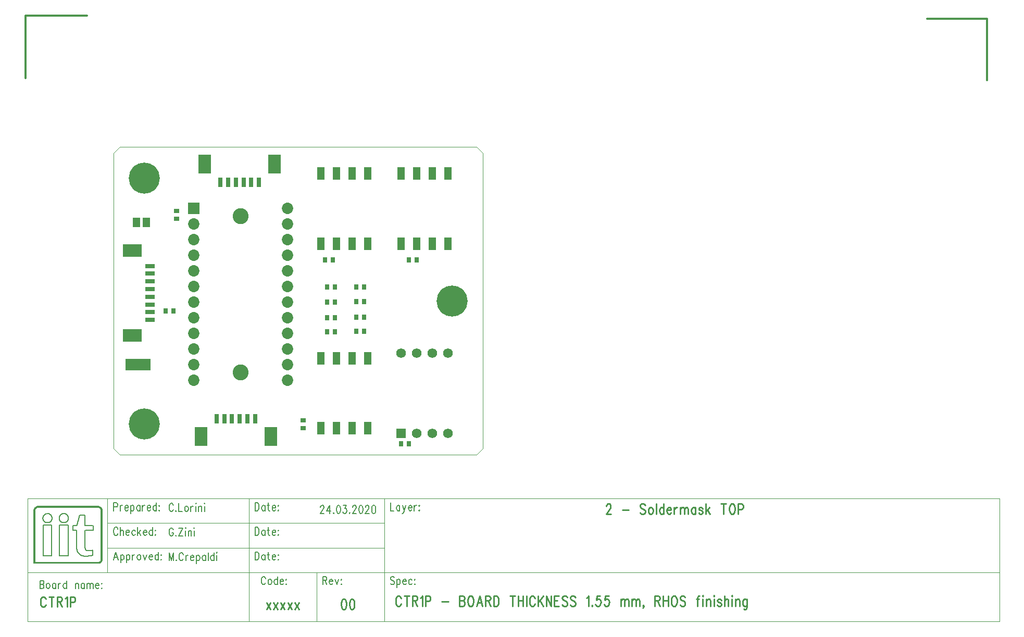
<source format=gbr>
*
*
G04 PADS VX.2.5 Build Number: 14503874 generated Gerber (RS-274-X) file*
G04 PC Version=2.1*
*
%IN "PCB_CTR1P_03.pcb"*%
*
%MOIN*%
*
%FSLAX35Y35*%
*
*
*
*
G04 PC Standard Apertures*
*
*
G04 Thermal Relief Aperture macro.*
%AMTER*
1,1,$1,0,0*
1,0,$1-$2,0,0*
21,0,$3,$4,0,0,45*
21,0,$3,$4,0,0,135*
%
*
*
G04 Annular Aperture macro.*
%AMANN*
1,1,$1,0,0*
1,0,$2,0,0*
%
*
*
G04 Odd Aperture macro.*
%AMODD*
1,1,$1,0,0*
1,0,$1-0.005,0,0*
%
*
*
G04 PC Custom Aperture Macros*
*
*
*
*
*
*
G04 PC Aperture Table*
*
%ADD010C,0.00394*%
%ADD014C,0.00591*%
%ADD016C,0.01*%
%ADD028C,0.001*%
%ADD037C,0.01181*%
%ADD052C,0.00787*%
%ADD056C,0.07287*%
%ADD066R,0.026X0.037*%
%ADD067C,0.00591*%
%ADD068C,0.00591*%
%ADD078R,0.04728X0.08074*%
%ADD079R,0.06499X0.02956*%
%ADD080R,0.12011X0.08468*%
%ADD081C,0.19885*%
%ADD082R,0.04531X0.05909*%
%ADD083R,0.162X0.078*%
%ADD084R,0.07287X0.07287*%
%ADD085C,0.102*%
%ADD086R,0.037X0.026*%
%ADD087R,0.062X0.062*%
%ADD088C,0.062*%
%ADD089R,0.02956X0.06499*%
%ADD090R,0.08468X0.12011*%
*
*
*
*
G04 PC Circuitry*
G04 Layer Name PCB_CTR1P_03.pcb - circuitry*
%LPD*%
*
*
G04 PC Custom Flashes*
G04 Layer Name PCB_CTR1P_03.pcb - flashes*
%LPD*%
*
*
G04 PC Circuitry*
G04 Layer Name PCB_CTR1P_03.pcb - circuitry*
%LPD*%
*
G54D10*
G01X57087Y299866D02*
X61024Y303803D01*
X289370*
X293307Y299866*
Y110890*
X289370Y106953*
X61024*
X57087Y110890*
Y299866*
X2008Y78937D02*
X624055D01*
Y197*
X2008*
Y78937*
Y31693D02*
X53189D01*
Y78937*
X2008*
Y31693*
X53189Y47441D02*
X143740D01*
Y63189*
X53189*
Y47441*
Y31693D02*
X143740D01*
Y47441*
X53189*
Y31693*
X230354D02*
X624055D01*
Y78937*
X230354*
Y31693*
Y197D02*
X624055D01*
Y31693*
X230354*
Y197*
X143740D02*
X187047D01*
Y31693*
X143740*
Y197*
Y63189D02*
X230354D01*
Y78937*
X143740*
Y63189*
Y47441D02*
X230354D01*
Y63189*
X143740*
Y47441*
Y31693D02*
X230354D01*
Y47441*
X143740*
Y31693*
G54D14*
X57126Y76230D02*
Y71063D01*
Y76230D02*
X58737D01*
X59273Y75984*
X59452Y75738*
X59631Y75246*
Y74508*
X59452Y74016*
X59273Y73770*
X58737Y73524*
X57126*
X61242Y74508D02*
Y71063D01*
Y73031D02*
X61421Y73770D01*
X61779Y74262*
X62137Y74508*
X62674*
X64284Y73031D02*
X66432D01*
Y73524*
X66253Y74016*
X66074Y74262*
X65716Y74508*
X65179*
X64821Y74262*
X64463Y73770*
X64284Y73031*
Y72539*
X64463Y71801*
X64821Y71309*
X65179Y71063*
X65716*
X66074Y71309*
X66432Y71801*
X68042Y74508D02*
Y69341D01*
Y73770D02*
X68400Y74262D01*
X68758Y74508*
X69295*
X69653Y74262*
X70011Y73770*
X70190Y73031*
Y72539*
X70011Y71801*
X69653Y71309*
X69295Y71063*
X68758*
X68400Y71309*
X68042Y71801*
X73948Y74508D02*
Y71063D01*
Y73770D02*
X73590Y74262D01*
X73232Y74508*
X72695*
X72337Y74262*
X71979Y73770*
X71800Y73031*
Y72539*
X71979Y71801*
X72337Y71309*
X72695Y71063*
X73232*
X73590Y71309*
X73948Y71801*
X75558Y74508D02*
Y71063D01*
Y73031D02*
X75737Y73770D01*
X76095Y74262*
X76453Y74508*
X76990*
X78601Y73031D02*
X80748D01*
Y73524*
X80569Y74016*
X80390Y74262*
X80032Y74508*
X79495*
X79137Y74262*
X78780Y73770*
X78601Y73031*
Y72539*
X78780Y71801*
X79137Y71309*
X79495Y71063*
X80032*
X80390Y71309*
X80748Y71801*
X84506Y76230D02*
Y71063D01*
Y73770D02*
X84148Y74262D01*
X83790Y74508*
X83253*
X82895Y74262*
X82538Y73770*
X82359Y73031*
Y72539*
X82538Y71801*
X82895Y71309*
X83253Y71063*
X83790*
X84148Y71309*
X84506Y71801*
X86296Y74508D02*
X86117Y74262D01*
X86296Y74016*
X86475Y74262*
X86296Y74508*
Y71555D02*
X86117Y71309D01*
X86296Y71063*
X86475Y71309*
X86296Y71555*
X59810Y59252D02*
X59631Y59744D01*
X59273Y60236*
X58916Y60482*
X58200*
X57842Y60236*
X57484Y59744*
X57305Y59252*
X57126Y58514*
Y57283*
X57305Y56545*
X57484Y56053*
X57842Y55561*
X58200Y55315*
X58916*
X59273Y55561*
X59631Y56053*
X59810Y56545*
X61421Y60482D02*
Y55315D01*
Y57776D02*
X61958Y58514D01*
X62316Y58760*
X62853*
X63210Y58514*
X63389Y57776*
Y55315*
X65000Y57283D02*
X67147D01*
Y57776*
X66968Y58268*
X66968D02*
X66790Y58514D01*
X66432Y58760*
X65895*
X65537Y58514*
X65179Y58022*
X65000Y57283*
Y56791*
X65179Y56053*
X65537Y55561*
X65895Y55315*
X66432*
X66790Y55561*
X67147Y56053*
X70906Y58022D02*
X70548Y58514D01*
X70190Y58760*
X69653*
X69295Y58514*
X68937Y58022*
X68758Y57283*
Y56791*
X68937Y56053*
X69295Y55561*
X69653Y55315*
X70190*
X70548Y55561*
X70906Y56053*
X72516Y60482D02*
Y55315D01*
X74306Y58760D02*
X72516Y56299D01*
X73232Y57283D02*
X74485Y55315D01*
X76095Y57283D02*
X78243D01*
Y57776*
X78064Y58268*
X77885Y58514*
X77527Y58760*
X76990*
X76632Y58514*
X76274Y58022*
X76095Y57283*
Y56791*
X76274Y56053*
X76632Y55561*
X76990Y55315*
X77527*
X77885Y55561*
X78243Y56053*
X82001Y60482D02*
Y55315D01*
Y58022D02*
X81643Y58514D01*
X81285Y58760*
X80748*
X80390Y58514*
X80032Y58022*
X79853Y57283*
Y56791*
X80032Y56053*
X80390Y55561*
X80748Y55315*
X81285*
X81643Y55561*
X82001Y56053*
X83790Y58760D02*
X83611Y58514D01*
X83790Y58268*
X83969Y58514*
X83790Y58760*
Y55807D02*
X83611Y55561D01*
X83790Y55315*
X83969Y55561*
X83790Y55807*
X58558Y44734D02*
X57126Y39567D01*
X58558Y44734D02*
X59989Y39567D01*
X57663Y41289D02*
X59452D01*
X61600Y43012D02*
Y37844D01*
Y42274D02*
X61958Y42766D01*
X62316Y43012*
X62853*
X63210Y42766*
X63568Y42274*
X63747Y41535*
Y41043*
X63568Y40305*
X63210Y39813*
X62853Y39567*
X62316*
X61958Y39813*
X61600Y40305*
X65358Y43012D02*
Y37844D01*
Y42274D02*
X65716Y42766D01*
X66074Y43012*
X66611*
X66968Y42766*
X66968D02*
X67326Y42274D01*
X67505Y41535*
Y41043*
X67326Y40305*
X66968Y39813*
X66968D02*
X66611Y39567D01*
X66074*
X65716Y39813*
X65358Y40305*
X69116Y43012D02*
Y39567D01*
Y41535D02*
X69295Y42274D01*
X69653Y42766*
X70011Y43012*
X70548*
X73053D02*
X72695Y42766D01*
X72337Y42274*
X72158Y41535*
Y41043*
X72337Y40305*
X72695Y39813*
X73053Y39567*
X73590*
X73948Y39813*
X74306Y40305*
X74485Y41043*
Y41535*
X74306Y42274*
X73948Y42766*
X73590Y43012*
X73053*
X76095D02*
X77169Y39567D01*
X78243Y43012D02*
X77169Y39567D01*
X79853Y41535D02*
X82001D01*
Y42028*
X81822Y42520*
X81643Y42766*
X81285Y43012*
X80748*
X80390Y42766*
X80032Y42274*
X79853Y41535*
Y41043*
X80032Y40305*
X80390Y39813*
X80748Y39567*
X81285*
X81643Y39813*
X82001Y40305*
X85759Y44734D02*
Y39567D01*
Y42274D02*
X85401Y42766D01*
X85043Y43012*
X84506*
X84148Y42766*
X83790Y42274*
X83611Y41535*
Y41043*
X83790Y40305*
X84148Y39813*
X84506Y39567*
X85043*
X85401Y39813*
X85759Y40305*
X87548Y43012D02*
X87369Y42766D01*
X87548Y42520*
X87727Y42766*
X87548Y43012*
Y40059D02*
X87369Y39813D01*
X87548Y39567*
X87727Y39813*
X87548Y40059*
X95243Y74606D02*
X95064Y75098D01*
X94707Y75591*
X94349Y75837*
X93633*
X93275Y75591*
X92917Y75098*
X92738Y74606*
X92559Y73868*
Y72638*
X92738Y71900*
X92917Y71407*
X93275Y70915*
X93633Y70669*
X94349*
X94707Y70915*
X95064Y71407*
X95243Y71900*
X97033Y71161D02*
X96854Y70915D01*
X97033Y70669*
X97212Y70915*
X97033Y71161*
X98822Y75837D02*
Y70669D01*
X100970*
X103475Y74114D02*
X103117Y73868D01*
X102759Y73376*
X102581Y72638*
Y72146*
X102759Y71407*
X103117Y70915*
X103475Y70669*
X104012*
X104370Y70915*
X104728Y71407*
X104907Y72146*
Y72638*
X104728Y73376*
X104370Y73868*
X104012Y74114*
X103475*
X106518D02*
Y70669D01*
Y72638D02*
X106696Y73376D01*
X107054Y73868*
X107412Y74114*
X107949*
X109560Y75837D02*
X109739Y75591D01*
X109918Y75837*
X109739Y76083*
X109560Y75837*
X109739Y74114D02*
Y70669D01*
X111528Y74114D02*
Y70669D01*
Y73130D02*
X112065Y73868D01*
X112423Y74114*
X112960*
X113318Y73868*
X113497Y73130*
Y70669*
X115107Y75837D02*
X115286Y75591D01*
X115465Y75837*
X115286Y76083*
X115107Y75837*
X115286Y74114D02*
Y70669D01*
X95243Y58858D02*
X95064Y59350D01*
X94707Y59843*
X94349Y60089*
X93633*
X93275Y59843*
X92917Y59350*
X92738Y58858*
X92559Y58120*
Y56890*
X92738Y56152*
X92917Y55659*
X93275Y55167*
X93633Y54921*
X94349*
X94707Y55167*
X95064Y55659*
X95243Y56152*
Y56890*
X94349D02*
X95243D01*
X97033Y55413D02*
X96854Y55167D01*
X97033Y54921*
X97212Y55167*
X97033Y55413*
X101328Y60089D02*
X98822Y54921D01*
Y60089D02*
X101328D01*
X98822Y54921D02*
X101328D01*
X102938Y60089D02*
X103117Y59843D01*
X103296Y60089*
X103117Y60335*
X102938Y60089*
X103117Y58366D02*
Y54921D01*
X104907Y58366D02*
Y54921D01*
Y57382D02*
X105444Y58120D01*
X105802Y58366*
X106339*
X106696Y58120*
X106875Y57382*
Y54921*
X108486Y60089D02*
X108665Y59843D01*
X108844Y60089*
X108665Y60335*
X108486Y60089*
X108665Y58366D02*
Y54921D01*
X234291Y76230D02*
Y71063D01*
X236439*
X240197Y74508D02*
Y71063D01*
Y73770D02*
X239839Y74262D01*
X239481Y74508*
X238944*
X238586Y74262*
X238228Y73770*
X238049Y73031*
Y72539*
X238228Y71801*
X238586Y71309*
X238944Y71063*
X239481*
X239839Y71309*
X240197Y71801*
X241986Y74508D02*
X243060Y71063D01*
X244134Y74508D02*
X243060Y71063D01*
X242702Y70079*
X242344Y69587*
X241986Y69341*
X241807*
X245744Y73031D02*
X247892D01*
Y73524*
X247713Y74016*
X247534Y74262*
X247176Y74508*
X246639*
X246281Y74262*
X245923Y73770*
X245744Y73031*
Y72539*
X245923Y71801*
X246281Y71309*
X246639Y71063*
X247176*
X247534Y71309*
X247892Y71801*
X249503Y74508D02*
Y71063D01*
Y73031D02*
X249681Y73770D01*
X250039Y74262*
X250397Y74508*
X250934*
X252724D02*
X252545Y74262D01*
X252724Y74016*
X252903Y74262*
X252724Y74508*
Y71555D02*
X252545Y71309D01*
X252724Y71063*
X252903Y71309*
X252724Y71555*
X9921Y26435D02*
Y21268D01*
Y26435D02*
X11532D01*
X12069Y26189*
X12248Y25943*
X12427Y25451*
Y24959*
X12248Y24467*
X12069Y24220*
X11532Y23974*
X9921D02*
X11532D01*
X12069Y23728*
X12248Y23482*
X12427Y22990*
Y22252*
X12248Y21760*
X12069Y21514*
X11532Y21268*
X9921*
X14932Y24713D02*
X14574Y24467D01*
X14216Y23974*
X14037Y23236*
Y22744*
X14216Y22006*
X14574Y21514*
X14932Y21268*
X15469*
X15827Y21514*
X16185Y22006*
X16364Y22744*
Y23236*
X16185Y23974*
X15827Y24467*
X15469Y24713*
X14932*
X20122D02*
Y21268D01*
Y23974D02*
X19764Y24467D01*
X19406Y24713*
X18869*
X18511Y24467*
X18153Y23974*
X17974Y23236*
Y22744*
X18153Y22006*
X18511Y21514*
X18869Y21268*
X19406*
X19764Y21514*
X20122Y22006*
X21732Y24713D02*
Y21268D01*
Y23236D02*
X21911Y23974D01*
X22269Y24467*
X22627Y24713*
X23164*
X26922Y26435D02*
Y21268D01*
Y23974D02*
X26564Y24467D01*
X26206Y24713*
X25669*
X25311Y24467*
X24953Y23974*
X24775Y23236*
Y22744*
X24953Y22006*
X25311Y21514*
X25669Y21268*
X26206*
X26564Y21514*
X26922Y22006*
X32649Y24713D02*
Y21268D01*
Y23728D02*
X33185Y24467D01*
X33543Y24713*
X34080*
X34438Y24467*
X34617Y23728*
Y21268*
X38375Y24713D02*
Y21268D01*
Y23974D02*
X38017Y24467D01*
X37659Y24713*
X37122*
X36764Y24467*
X36407Y23974*
X36228Y23236*
Y22744*
X36407Y22006*
X36764Y21514*
X37122Y21268*
X37659*
X38017Y21514*
X38375Y22006*
X39986Y24713D02*
Y21268D01*
Y23728D02*
X40523Y24467D01*
X40880Y24713*
X41417*
X41775Y24467*
X41954Y23728*
Y21268*
Y23728D02*
X42491Y24467D01*
X42849Y24713*
X43386*
X43744Y24467*
X43923Y23728*
Y21268*
X45533Y23236D02*
X47681D01*
Y23728*
X47502Y24220*
X47323Y24467*
X46965Y24713*
X46428*
X46070Y24467*
X45712Y23974*
X45533Y23236*
Y22744*
X45712Y22006*
X46070Y21514*
X46428Y21268*
X46965*
X47323Y21514*
X47681Y22006*
X49470Y24713D02*
X49291Y24467D01*
X49470Y24220*
X49649Y24467*
X49470Y24713*
Y21760D02*
X49291Y21514D01*
X49470Y21268*
X49649Y21514*
X49470Y21760*
X154298Y27756D02*
X154120Y28248D01*
X153762Y28740*
X153404Y28986*
X152688*
X152330Y28740*
X151972Y28248*
X151793Y27756*
X151614Y27018*
Y25787*
X151793Y25049*
X151972Y24557*
X152330Y24065*
X152688Y23819*
X153404*
X153762Y24065*
X154120Y24557*
X154298Y25049*
X156804Y27264D02*
X156446Y27018D01*
X156088Y26526*
X155909Y25787*
Y25295*
X156088Y24557*
X156446Y24065*
X156804Y23819*
X157341*
X157699Y24065*
X158057Y24557*
X158235Y25295*
X158235D02*
Y25787D01*
X158235D02*
X158057Y26526D01*
X157699Y27018*
X157341Y27264*
X156804*
X161994Y28986D02*
Y23819D01*
Y26526D02*
X161636Y27018D01*
X161278Y27264*
X160741*
X160383Y27018*
X160025Y26526*
X159846Y25787*
Y25295*
X160025Y24557*
X160383Y24065*
X160741Y23819*
X161278*
X161636Y24065*
X161994Y24557*
X163604Y25787D02*
X165752D01*
Y26280*
X165573Y26772*
X165394Y27018*
X165036Y27264*
X164499*
X164141Y27018*
X163783Y26526*
X163604Y25787*
Y25295*
X163783Y24557*
X164141Y24065*
X164499Y23819*
X165036*
X165394Y24065*
X165752Y24557*
X167541Y27264D02*
X167362Y27018D01*
X167541Y26772*
X167720Y27018*
X167541Y27264*
Y24311D02*
X167362Y24065D01*
X167541Y23819*
X167720Y24065*
X167541Y24311*
X190984Y28986D02*
Y23819D01*
Y28986D02*
X192595D01*
X193132Y28740*
X193311Y28494*
X193490Y28002*
Y27510*
X193311Y27018*
X193132Y26772*
X192595Y26526*
X190984*
X192237D02*
X193490Y23819D01*
X195100Y25787D02*
X197248D01*
Y26280*
X197069Y26772*
X196890Y27018*
X196532Y27264*
X195995*
X195637Y27018*
X195279Y26526*
X195100Y25787*
Y25295*
X195279Y24557*
X195637Y24065*
X195995Y23819*
X196532*
X196890Y24065*
X197248Y24557*
X198858Y27264D02*
X199932Y23819D01*
X201006Y27264D02*
X199932Y23819D01*
X202795Y27264D02*
X202616Y27018D01*
X202795Y26772*
X202974Y27018*
X202795Y27264*
Y24311D02*
X202616Y24065D01*
X202795Y23819*
X202974Y24065*
X202795Y24311*
X236797Y28248D02*
X236439Y28740D01*
X235902Y28986*
X235186*
X234649Y28740*
X234291Y28248*
Y27756*
X234470Y27264*
X234649Y27018*
X235007Y26772*
X236081Y26280*
X236439Y26033*
X236618Y25787*
X236797Y25295*
Y24557*
X236439Y24065*
X235902Y23819*
X235186*
X234649Y24065*
X234291Y24557*
X238407Y27264D02*
Y22096D01*
Y26526D02*
X238765Y27018D01*
X239123Y27264*
X239660*
X240018Y27018*
X240376Y26526*
X240555Y25787*
Y25295*
X240376Y24557*
X240018Y24065*
X239660Y23819*
X239123*
X238765Y24065*
X238407Y24557*
X242165Y25787D02*
X244313D01*
Y26280*
X244134Y26772*
X243955Y27018*
X243597Y27264*
X243060*
X242702Y27018*
X242344Y26526*
X242165Y25787*
Y25295*
X242344Y24557*
X242702Y24065*
X243060Y23819*
X243597*
X243955Y24065*
X244313Y24557*
X248071Y26526D02*
X247713Y27018D01*
X247355Y27264*
X246818*
X246460Y27018*
X246102Y26526*
X245923Y25787*
Y25295*
X246102Y24557*
X246460Y24065*
X246818Y23819*
X247355*
X247713Y24065*
X248071Y24557*
X249860Y27264D02*
X249681Y27018D01*
X249860Y26772*
X250039Y27018*
X249860Y27264*
Y24311D02*
X249681Y24065D01*
X249860Y23819*
X250039Y24065*
X249860Y24311*
X147677Y76230D02*
Y71063D01*
Y76230D02*
X148930D01*
X149467Y75984*
X149825Y75492*
X150004Y75000*
X150183Y74262*
Y73031*
X150004Y72293*
X149825Y71801*
X149467Y71309*
X148930Y71063*
X147677*
X153941Y74508D02*
Y71063D01*
Y73770D02*
X153583Y74262D01*
X153225Y74508*
X152688*
X152330Y74262*
X151972Y73770*
X151793Y73031*
Y72539*
X151972Y71801*
X152330Y71309*
X152688Y71063*
X153225*
X153583Y71309*
X153941Y71801*
X156088Y76230D02*
Y72047D01*
X156267Y71309*
X156625Y71063*
X156983*
X155551Y74508D02*
X156804D01*
X158593Y73031D02*
X160741D01*
Y73524*
X160562Y74016*
X160383Y74262*
X160025Y74508*
X159488*
X159130Y74262*
X158772Y73770*
X158593Y73031*
Y72539*
X158772Y71801*
X159130Y71309*
X159488Y71063*
X160025*
X160383Y71309*
X160741Y71801*
X162530Y74508D02*
X162351Y74262D01*
X162530Y74016*
X162709Y74262*
X162530Y74508*
Y71555D02*
X162351Y71309D01*
X162530Y71063*
X162709Y71309*
X162530Y71555*
X147677Y60482D02*
Y55315D01*
Y60482D02*
X148930D01*
X149467Y60236*
X149825Y59744*
X150004Y59252*
X150183Y58514*
Y57283*
X150004Y56545*
X149825Y56053*
X149467Y55561*
X148930Y55315*
X147677*
X153941Y58760D02*
Y55315D01*
Y58022D02*
X153583Y58514D01*
X153225Y58760*
X152688*
X152330Y58514*
X151972Y58022*
X151793Y57283*
Y56791*
X151972Y56053*
X152330Y55561*
X152688Y55315*
X153225*
X153583Y55561*
X153941Y56053*
X156088Y60482D02*
Y56299D01*
X156267Y55561*
X156625Y55315*
X156983*
X155551Y58760D02*
X156804D01*
X158593Y57283D02*
X160741D01*
Y57776*
X160562Y58268*
X160383Y58514*
X160025Y58760*
X159488*
X159130Y58514*
X158772Y58022*
X158593Y57283*
Y56791*
X158772Y56053*
X159130Y55561*
X159488Y55315*
X160025*
X160383Y55561*
X160741Y56053*
X162530Y58760D02*
X162351Y58514D01*
X162530Y58268*
X162709Y58514*
X162530Y58760*
Y55807D02*
X162351Y55561D01*
X162530Y55315*
X162709Y55561*
X162530Y55807*
X147677Y44734D02*
Y39567D01*
Y44734D02*
X148930D01*
X149467Y44488*
X149825Y43996*
X150004Y43504*
X150183Y42766*
Y41535*
X150004Y40797*
X149825Y40305*
X149467Y39813*
X148930Y39567*
X147677*
X153941Y43012D02*
Y39567D01*
Y42274D02*
X153583Y42766D01*
X153225Y43012*
X152688*
X152330Y42766*
X151972Y42274*
X151793Y41535*
Y41043*
X151972Y40305*
X152330Y39813*
X152688Y39567*
X153225*
X153583Y39813*
X153941Y40305*
X156088Y44734D02*
Y40551D01*
X156267Y39813*
X156625Y39567*
X156983*
X155551Y43012D02*
X156804D01*
X158593Y41535D02*
X160741D01*
Y42028*
X160562Y42520*
X160383Y42766*
X160025Y43012*
X159488*
X159130Y42766*
X158772Y42274*
X158593Y41535*
Y41043*
X158772Y40305*
X159130Y39813*
X159488Y39567*
X160025*
X160383Y39813*
X160741Y40305*
X162530Y43012D02*
X162351Y42766D01*
X162530Y42520*
X162709Y42766*
X162530Y43012*
Y40059D02*
X162351Y39813D01*
X162530Y39567*
X162709Y39813*
X162530Y40059*
G54D16*
X372471Y73961D02*
Y74273D01*
X372699Y74898*
X372926Y75211*
X373380Y75523*
X374290*
X374744Y75211*
X374971Y74898*
X375199Y74273*
Y73648*
X374971Y73023*
X374517Y72086*
X372244Y68961*
X375426*
X382699Y71773D02*
X386790D01*
X397244Y74586D02*
X396790Y75211D01*
X396108Y75523*
X395199*
X394517Y75211*
X394062Y74586*
Y73961*
X394290Y73336*
X394517Y73023*
X394971Y72711*
X396335Y72086*
X396790Y71773*
X397017Y71461*
X397244Y70836*
Y69898*
X396790Y69273*
X396108Y68961*
X395199*
X394517Y69273*
X394062Y69898*
X400426Y73336D02*
X399971Y73023D01*
X399517Y72398*
X399290Y71461*
Y70836*
X399517Y69898*
X399971Y69273*
X400426Y68961*
X401108*
X401562Y69273*
X402017Y69898*
X402244Y70836*
Y71461*
X402017Y72398*
X401562Y73023*
X401108Y73336*
X400426*
X404290Y75523D02*
Y68961D01*
X409062Y75523D02*
Y68961D01*
Y72398D02*
X408608Y73023D01*
X408153Y73336*
X407471*
X407017Y73023*
X406562Y72398*
X406335Y71461*
Y70836*
X406562Y69898*
X407017Y69273*
X407471Y68961*
X408153*
X408608Y69273*
X409062Y69898*
X411108Y71461D02*
X413835D01*
Y72086*
X413608Y72711*
X413380Y73023*
X412926Y73336*
X412244*
X411790Y73023*
X411335Y72398*
X411108Y71461*
Y70836*
X411335Y69898*
X411790Y69273*
X412244Y68961*
X412926*
X413380Y69273*
X413835Y69898*
X415880Y73336D02*
Y68961D01*
Y71461D02*
X416108Y72398D01*
X416562Y73023*
X417017Y73336*
X417699*
X419744D02*
Y68961D01*
Y72086D02*
X420426Y73023D01*
X420880Y73336*
X421562*
X422017Y73023*
X422244Y72086*
Y68961*
Y72086D02*
X422926Y73023D01*
X423380Y73336*
X424062*
X424517Y73023*
X424744Y72086*
Y68961*
X429517Y73336D02*
Y68961D01*
Y72398D02*
X429062Y73023D01*
X428608Y73336*
X427926*
X427471Y73023*
X427017Y72398*
X426790Y71461*
Y70836*
X427017Y69898*
X427471Y69273*
X427926Y68961*
X428608*
X429062Y69273*
X429517Y69898*
X434062Y72398D02*
X433835Y73023D01*
X433153Y73336*
X432471*
X431790Y73023*
X431562Y72398*
X431790Y71773*
X432244Y71461*
X433380Y71148*
X433835Y70836*
X434062Y70211*
Y69898*
X433835Y69273*
X433153Y68961*
X432471*
X431790Y69273*
X431562Y69898*
X436108Y75523D02*
Y68961D01*
X438380Y73336D02*
X436108Y70211D01*
X437017Y71461D02*
X438608Y68961D01*
X447471Y75523D02*
Y68961D01*
X445880Y75523D02*
X449062D01*
X452471D02*
X452017Y75211D01*
X451562Y74586*
X451335Y73961*
X451108Y73023*
Y71461*
X451335Y70523*
X451562Y69898*
X452017Y69273*
X452471Y68961*
X453380*
X453835Y69273*
X454290Y69898*
X454517Y70523*
X454744Y71461*
Y73023*
X454517Y73961*
X454290Y74586*
X453835Y75211*
X453380Y75523*
X452471*
X456790D02*
Y68961D01*
Y75523D02*
X458835D01*
X459517Y75211*
X459744Y74898*
X459971Y74273*
Y73336*
X459744Y72711*
X459517Y72398*
X458835Y72086*
X456790*
X241008Y15102D02*
X240780Y15727D01*
X240326Y16352*
X239871Y16665*
X238962*
X238508Y16352*
X238053Y15727*
X237826Y15102*
X237598Y14165*
Y12602*
X237826Y11665*
X238053Y11040*
X238508Y10415*
X238962Y10102*
X239871*
X240326Y10415*
X240780Y11040*
X241008Y11665*
X244644Y16665D02*
Y10102D01*
X243053Y16665D02*
X246235D01*
X248280D02*
Y10102D01*
Y16665D02*
X250326D01*
X251008Y16352*
X251235Y16040*
X251462Y15415*
Y14790*
X251235Y14165*
X251008Y13852*
X250326Y13540*
X248280*
X249871D02*
X251462Y10102D01*
X253508Y15415D02*
X253962Y15727D01*
X254644Y16665*
Y10102*
X256689Y16665D02*
Y10102D01*
Y16665D02*
X258735D01*
X259417Y16352*
X259644Y16040*
X259871Y15415*
Y14477*
X259644Y13852*
X259417Y13540*
X258735Y13227*
X256689*
X267144Y12915D02*
X271235D01*
X278508Y16665D02*
Y10102D01*
Y16665D02*
X280553D01*
X281235Y16352*
X281462Y16040*
X281689Y15415*
Y14790*
X281462Y14165*
X281235Y13852*
X280553Y13540*
X278508D02*
X280553D01*
X281235Y13227*
X281462Y12915*
X281689Y12290*
Y11352*
X281462Y10727*
X281235Y10415*
X280553Y10102*
X278508*
X285098Y16665D02*
X284644Y16352D01*
X284189Y15727*
X283962Y15102*
X283735Y14165*
Y12602*
X283962Y11665*
X284189Y11040*
X284644Y10415*
X285098Y10102*
X286008*
X286462Y10415*
X286917Y11040*
X287144Y11665*
X287371Y12602*
Y14165*
X287144Y15102*
X286917Y15727*
X286462Y16352*
X286008Y16665*
X285098*
X291235D02*
X289417Y10102D01*
X291235Y16665D02*
X293053Y10102D01*
X290098Y12290D02*
X292371D01*
X295098Y16665D02*
Y10102D01*
Y16665D02*
X297144D01*
X297826Y16352*
X298053Y16040*
X298280Y15415*
Y14790*
X298053Y14165*
X297826Y13852*
X297144Y13540*
X295098*
X296689D02*
X298280Y10102D01*
X300326Y16665D02*
Y10102D01*
Y16665D02*
X301917D01*
X302598Y16352*
X303053Y15727*
X303280Y15102*
X303508Y14165*
Y12602*
X303280Y11665*
X303053Y11040*
X302598Y10415*
X301917Y10102*
X300326*
X312371Y16665D02*
Y10102D01*
X310780Y16665D02*
X313962D01*
X316008D02*
Y10102D01*
X319189Y16665D02*
Y10102D01*
X316008Y13540D02*
X319189D01*
X321235Y16665D02*
Y10102D01*
X326689Y15102D02*
X326462Y15727D01*
X326008Y16352*
X325553Y16665*
X324644*
X324189Y16352*
X323735Y15727*
X323508Y15102*
X323280Y14165*
Y12602*
X323508Y11665*
X323735Y11040*
X324189Y10415*
X324644Y10102*
X325553*
X326008Y10415*
X326462Y11040*
X326689Y11665*
X328735Y16665D02*
Y10102D01*
X331917Y16665D02*
X328735Y12290D01*
X329871Y13852D02*
X331917Y10102D01*
X333962Y16665D02*
Y10102D01*
Y16665D02*
X337144Y10102D01*
Y16665D02*
Y10102D01*
X339189Y16665D02*
Y10102D01*
Y16665D02*
X342144D01*
X339189Y13540D02*
X341008D01*
X339189Y10102D02*
X342144D01*
X347371Y15727D02*
X346917Y16352D01*
X346235Y16665*
X345326*
X344644Y16352*
X344189Y15727*
Y15102*
X344417Y14477*
X344644Y14165*
X345098Y13852*
X346462Y13227*
X346917Y12915*
X347144Y12602*
X347371Y11977*
Y11040*
X346917Y10415*
X346235Y10102*
X345326*
X344644Y10415*
X344189Y11040*
X352598Y15727D02*
X352144Y16352D01*
X351462Y16665*
X350553*
X349871Y16352*
X349417Y15727*
Y15102*
X349644Y14477*
X349871Y14165*
X350326Y13852*
X351689Y13227*
X352144Y12915*
X352371Y12602*
X352598Y11977*
Y11040*
X352144Y10415*
X351462Y10102*
X350553*
X349871Y10415*
X349417Y11040*
X359871Y15415D02*
X360326Y15727D01*
X361008Y16665*
Y10102*
X363280Y10727D02*
X363053Y10415D01*
X363280Y10102*
X363508Y10415*
X363280Y10727*
X368508Y16665D02*
X366235D01*
X366008Y13852*
X366235Y14165*
X366917Y14477*
X367598*
X368280Y14165*
X368735Y13540*
X368962Y12602*
X368735Y11977*
X368508Y11040*
X368053Y10415*
X367371Y10102*
X366689*
X366008Y10415*
X365780Y10727*
X365553Y11352*
X373962Y16665D02*
X371689D01*
X371462Y13852*
X371689Y14165*
X372371Y14477*
X373053*
X373735Y14165*
X374189Y13540*
X374417Y12602*
X374189Y11977*
X373962Y11040*
X373508Y10415*
X372826Y10102*
X372144*
X371462Y10415*
X371235Y10727*
X371008Y11352*
X381689Y14477D02*
Y10102D01*
Y13227D02*
X382371Y14165D01*
X382826Y14477*
X383508*
X383962Y14165*
X384189Y13227*
Y10102*
Y13227D02*
X384871Y14165D01*
X385326Y14477*
X386008*
X386462Y14165*
X386689Y13227*
Y10102*
X388735Y14477D02*
Y10102D01*
Y13227D02*
X389417Y14165D01*
X389871Y14477*
X390553*
X391008Y14165*
X391235Y13227*
Y10102*
Y13227D02*
X391917Y14165D01*
X392371Y14477*
X393053*
X393508Y14165*
X393735Y13227*
Y10102*
X396235Y10415D02*
X396008Y10102D01*
X395780Y10415*
X396008Y10727*
X396235Y10415*
Y9790*
X396008Y9165*
X395780Y8852*
X403508Y16665D02*
Y10102D01*
Y16665D02*
X405553D01*
X406235Y16352*
X406462Y16040*
X406689Y15415*
Y14790*
X406462Y14165*
X406235Y13852*
X405553Y13540*
X403508*
X405098D02*
X406689Y10102D01*
X408735Y16665D02*
Y10102D01*
X411917Y16665D02*
Y10102D01*
X408735Y13540D02*
X411917D01*
X415326Y16665D02*
X414871Y16352D01*
X414417Y15727*
X414189Y15102*
X413962Y14165*
Y12602*
X414189Y11665*
X414417Y11040*
X414871Y10415*
X415326Y10102*
X416235*
X416689Y10415*
X417144Y11040*
X417371Y11665*
X417598Y12602*
Y14165*
X417371Y15102*
X417144Y15727*
X416689Y16352*
X416235Y16665*
X415326*
X422826Y15727D02*
X422371Y16352D01*
X421689Y16665*
X420780*
X420098Y16352*
X419644Y15727*
Y15102*
X419871Y14477*
X420098Y14165*
X420553Y13852*
X421917Y13227*
X422371Y12915*
X422598Y12602*
X422826Y11977*
Y11040*
X422371Y10415*
X421689Y10102*
X420780*
X420098Y10415*
X419644Y11040*
X431917Y16665D02*
X431462D01*
X431008Y16352*
X430780Y15415*
Y10102*
X430098Y14477D02*
X431689D01*
X433962Y16665D02*
X434189Y16352D01*
X434417Y16665*
X434189Y16977*
X433962Y16665*
X434189Y14477D02*
Y10102D01*
X436462Y14477D02*
Y10102D01*
Y13227D02*
X437144Y14165D01*
X437598Y14477*
X438280*
X438735Y14165*
X438962Y13227*
Y10102*
X441008Y16665D02*
X441235Y16352D01*
X441462Y16665*
X441235Y16977*
X441008Y16665*
X441235Y14477D02*
Y10102D01*
X446008Y13540D02*
X445780Y14165D01*
X445098Y14477*
X444417*
X443735Y14165*
X443508Y13540*
X443735Y12915*
X444189Y12602*
X445326Y12290*
X445780Y11977*
X446008Y11352*
Y11040*
X445780Y10415*
X445098Y10102*
X444417*
X443735Y10415*
X443508Y11040*
X448053Y16665D02*
Y10102D01*
Y13227D02*
X448735Y14165D01*
X449189Y14477*
X449871*
X450326Y14165*
X450553Y13227*
Y10102*
X452598Y16665D02*
X452826Y16352D01*
X453053Y16665*
X452826Y16977*
X452598Y16665*
X452826Y14477D02*
Y10102D01*
X455098Y14477D02*
Y10102D01*
Y13227D02*
X455780Y14165D01*
X456235Y14477*
X456917*
X457371Y14165*
X457598Y13227*
Y10102*
X462371Y14477D02*
Y9477D01*
X462144Y8540*
X461917Y8227*
X461462Y7915*
X460780*
X460326Y8227*
X462371Y13540D02*
X461917Y14165D01*
X461462Y14477*
X460780*
X460326Y14165*
X459871Y13540*
X459644Y12602*
Y11977*
X459871Y11040*
X460326Y10415*
X460780Y10102*
X461462*
X461917Y10415*
X462371Y11040*
X13645Y14512D02*
X13418Y15137D01*
X12963Y15762*
X12509Y16074*
X11600*
X11145Y15762*
X10691Y15137*
X10463Y14512*
X10236Y13574*
Y12012*
X10463Y11074*
X10691Y10449*
X11145Y9824*
X11600Y9512*
X12509*
X12963Y9824*
X13418Y10449*
X13645Y11074*
X17282Y16074D02*
Y9512D01*
X15691Y16074D02*
X18873D01*
X20918D02*
Y9512D01*
Y16074D02*
X22963D01*
X23645Y15762*
X23873Y15449*
X24100Y14824*
Y14199*
X23873Y13574*
X23645Y13262*
X22963Y12949*
X20918*
X22509D02*
X24100Y9512D01*
X26145Y14824D02*
X26600Y15137D01*
X27282Y16074*
Y9512*
X29327Y16074D02*
Y9512D01*
Y16074D02*
X31373D01*
X32054Y15762*
X32282Y15449*
X32509Y14824*
Y13887*
X32282Y13262*
X32054Y12949*
X31373Y12637*
X29327*
X154961Y12446D02*
X157461Y8071D01*
Y12446D02*
X154961Y8071D01*
X159506Y12446D02*
X162006Y8071D01*
Y12446D02*
X159506Y8071D01*
X164052Y12446D02*
X166552Y8071D01*
Y12446D02*
X164052Y8071D01*
X168597Y12446D02*
X171097Y8071D01*
Y12446D02*
X168597Y8071D01*
X173142Y12446D02*
X175642Y8071D01*
Y12446D02*
X173142Y8071D01*
X204159Y14633D02*
X203477Y14321D01*
X203023Y13383*
X202795Y11821*
Y10883*
X203023Y9321*
X203477Y8383*
X204159Y8071*
X204613*
X205295Y8383*
X205750Y9321*
X205977Y10883*
Y11821*
X205750Y13383*
X205295Y14321*
X204613Y14633*
X204159*
X209386D02*
X208704Y14321D01*
X208250Y13383*
X208023Y11821*
Y10883*
X208250Y9321*
X208704Y8383*
X209386Y8071*
X209841*
X210523Y8383*
X210977Y9321*
X211204Y10883*
Y11821*
X210977Y13383*
X210523Y14321*
X209841Y14633*
X209386*
G54D28*
G54D37*
X591Y348094D02*
Y387465D01*
Y387858D02*
X39961D01*
X577756Y385890D02*
X615945D01*
Y346520*
G54D52*
X33504Y61614D02*
X33549Y61779D01*
X33595Y61944*
X33640Y62108*
X33686Y62273*
X33732Y62438*
X33777Y62602*
X33823Y62767*
X33869Y62932*
X33915Y63096*
X33961Y63261*
X34007Y63426*
X34053Y63590*
X34099Y63755*
X34145Y63919*
X34191Y64084*
X34237Y64249*
X34283Y64413*
X34329Y64578*
X34375Y64742*
X34421Y64907*
X34467Y65072*
X34513Y65236*
X34559Y65401*
X34604Y65566*
X34650Y65730*
X34696Y65895*
X34741Y66060*
X34787Y66224*
X34832Y66389*
X34877Y66554*
X34922Y66719*
X34967Y66884*
X35012Y67049*
X35057Y67214*
X35101Y67379*
X35146Y67544*
X35190Y67709*
X35234Y67874*
X35278Y68039*
X30950Y61481D02*
X31014Y61484D01*
X31078Y61486*
X31142Y61489*
X31206Y61492*
X31270Y61495*
X31333Y61497*
X31333D02*
X31397Y61500D01*
X31461Y61503*
X31525Y61506*
X31589Y61509*
X31653Y61512*
X31717Y61515*
X31780Y61519*
X31844Y61522*
X31908Y61525*
X31972Y61528*
X32036Y61532*
X32100Y61535*
X32163Y61539*
X32227Y61542*
X32291Y61545*
X32355Y61549*
X32419Y61552*
X32483Y61556*
X32546Y61559*
X32610Y61563*
X32674Y61567*
X32738Y61570*
X32802Y61574*
X32866Y61578*
X32929Y61581*
X32993Y61585*
X33057Y61588*
X33121Y61592*
X33185Y61596*
X33249Y61599*
X33312Y61603*
X33376Y61607*
X33440Y61611*
X33309Y58607D02*
X33250Y58608D01*
X33191*
X33132*
X33073*
X33014*
X32955*
X32896*
X32837*
X32778*
X32719*
X32660*
X32601*
X32542*
X32483*
X32424*
X32365*
X32306*
X32247*
X32188*
X32129*
X32070*
X32011*
X31952*
X31893*
X31835*
X31776*
X31717*
X31658Y58607*
X31599*
X31540*
X31481*
X31422Y58608*
X31363*
X31304*
X31245*
X31186*
X31127*
X31068*
X31009*
X34030Y45048D02*
X33990Y45134D01*
X33951Y45220*
X33914Y45307*
X33878Y45395*
X33843Y45482*
X33809Y45571*
X33777Y45660*
X33746Y45749*
X33716Y45838*
X33688Y45928*
X33661Y46019*
X33634Y46109*
X33609Y46200*
X33586Y46292*
X33563Y46383*
X33541Y46475*
X33521Y46568*
X33501Y46660*
X33483Y46753*
X33466Y46846*
X33449Y46939*
X33434Y47032*
X33420Y47126*
X33406Y47220*
X33394Y47313*
X33382Y47407*
X33372Y47501*
X33362Y47596*
X33353Y47690*
X33345Y47784*
X33338Y47879*
X33332Y47973*
X33326Y48067*
X33321Y48162*
X33317Y48256*
X33314Y48351*
X33311Y48445*
X33310Y48539*
X33308Y48634*
X37057Y42351D02*
X36958Y42384D01*
X36860Y42420*
X36762Y42457*
X36666Y42497*
X36570Y42538*
X36476Y42582*
X36382Y42628*
X36290Y42675*
X36198Y42725*
X36108Y42776*
X36018Y42830*
X35930Y42885*
X35843Y42942*
X35757Y43001*
X35672Y43061*
X35589Y43123*
X35507Y43187*
X35426Y43253*
X35346Y43320*
X35268Y43389*
X35191Y43459*
X35116Y43531*
X35042Y43604*
X34969Y43679*
X34898Y43755*
X34829Y43833*
X34761Y43912*
X34694Y43992*
X34629Y44074*
X34566Y44157*
X34504Y44241*
X34445Y44326*
X34386Y44413*
X34330Y44500*
X34275Y44589*
X34223Y44679*
X34172Y44769*
X34123Y44861*
X34075Y44954*
X40352Y42077D02*
X40269Y42073D01*
X40186Y42069*
X40103Y42065*
X40020Y42062*
X39937Y42058*
X39854Y42055*
X39771Y42051*
X39687Y42048*
X39604Y42046*
X39520Y42044*
X39437Y42042*
X39354Y42040*
X39270Y42039*
X39187*
X39103*
X39020Y42040*
X38936Y42041*
X38853Y42043*
X38770Y42046*
X38686Y42050*
X38603Y42054*
X38520Y42059*
X38437Y42066*
X38355Y42073*
X38272Y42081*
X38189Y42090*
X38107Y42100*
X38025Y42112*
X37943Y42124*
X37861Y42138*
X37780Y42153*
X37698Y42169*
X37617Y42187*
X37536Y42206*
X37456Y42226*
X37375Y42248*
X37295Y42271*
X37215Y42296*
X37136Y42323*
X43828Y42733D02*
X43745Y42701D01*
X43661Y42669*
X43578Y42639*
X43494Y42610*
X43409Y42582*
X43325Y42555*
X43240Y42529*
X43155Y42505*
X43069Y42481*
X42984Y42458*
X42898Y42435*
X42812Y42414*
X42726Y42394*
X42639Y42374*
X42552Y42355*
X42466Y42337*
X42378Y42320*
X42378D02*
X42291Y42304D01*
X42204Y42288*
X42116Y42273*
X42029Y42258*
X41941Y42245*
X41853Y42231*
X41765Y42219*
X41677Y42207*
X41589Y42195*
X41501Y42184*
X41412Y42174*
X41324Y42164*
X41235Y42154*
X41147Y42145*
X41059Y42136*
X40970Y42128*
X40882Y42120*
X40793Y42112*
X40705Y42104*
X40616Y42097*
X40528Y42090*
X40440Y42084*
X43831Y45881D02*
Y45803D01*
X43830Y45724*
Y45645*
Y45566*
Y45488*
Y45409*
Y45330*
Y45252*
Y45173*
Y45094*
Y45016*
Y44937*
Y44858*
Y44779*
Y44701*
Y44622*
Y44543*
Y44465*
Y44386*
Y44307*
Y44228*
Y44150*
Y44071*
Y43992*
Y43914*
Y43835*
Y43756*
Y43678*
Y43599*
Y43520*
Y43441*
Y43363*
X43829Y43284*
Y43205*
Y43127*
Y43048*
Y42969*
X43828Y42890*
Y42812*
X41550Y45488D02*
X41608D01*
X41666Y45489*
X41725Y45491*
X41783Y45493*
X41841Y45496*
X41898Y45500*
X41898D02*
X41956Y45504D01*
X42014Y45509*
X42072Y45514*
X42130Y45520*
X42187Y45527*
X42245Y45534*
X42302Y45541*
X42360Y45549*
X42417Y45558*
X42474Y45567*
X42532Y45576*
X42589Y45586*
X42646Y45596*
X42703Y45607*
X42760Y45618*
X42817Y45629*
X42874Y45641*
X42931Y45653*
X42987Y45665*
X43044Y45678*
X43101Y45691*
X43157Y45705*
X43214Y45718*
X43270Y45732*
X43326Y45746*
X43383Y45760*
X43439Y45775*
X43495Y45790*
X43551Y45805*
X43607Y45820*
X43663Y45835*
X43719Y45850*
X43775Y45866*
X39632Y45891D02*
X39673Y45861D01*
X39715Y45833*
X39758Y45806*
X39801Y45781*
X39845Y45757*
X39889Y45735*
X39934Y45713*
X39979Y45693*
X40025Y45674*
X40071Y45657*
X40117Y45640*
X40164Y45625*
X40212Y45610*
X40260Y45597*
X40308Y45584*
X40356Y45573*
X40405Y45562*
X40454Y45553*
X40503Y45544*
X40553Y45536*
X40602Y45529*
X40652Y45522*
X40702Y45517*
X40752Y45511*
X40802Y45507*
X40852Y45503*
X40903Y45500*
X40953Y45497*
X41003Y45494*
X41053Y45492*
X41053D02*
X41104Y45491D01*
X41154Y45489*
X41204*
X41254Y45488*
X41304Y45487*
X41353*
X41403*
X41452*
X41501Y45488*
X39039Y46733D02*
X39048Y46709D01*
X39058Y46685*
X39067Y46661*
X39077Y46637*
X39087Y46613*
X39098Y46589*
X39108Y46565*
X39119Y46541*
X39130Y46517*
X39142Y46493*
X39153Y46470*
X39165Y46446*
X39177Y46423*
X39190Y46400*
X39203Y46377*
X39216Y46354*
X39229Y46332*
X39243Y46309*
X39257Y46287*
X39271Y46265*
X39286Y46243*
X39301Y46222*
X39316Y46201*
X39332Y46180*
X39348Y46159*
X39364Y46139*
X39381Y46119*
X39398Y46099*
X39415Y46079*
X39433Y46060*
X39451Y46042*
X39469Y46023*
X39488Y46005*
X39508Y45988*
X39527Y45971*
X39547Y45954*
X39568Y45937*
X39589Y45921*
X39610Y45906*
X38788Y48568D02*
X38787Y48521D01*
Y48475*
Y48428*
Y48382*
X38788Y48335*
X38789Y48289*
X38790Y48242*
X38792Y48196*
X38793Y48149*
X38796Y48103*
X38798Y48056*
X38801Y48010*
X38804Y47963*
X38807Y47917*
X38811Y47871*
X38815Y47824*
X38820Y47778*
X38825Y47732*
X38830Y47685*
X38836Y47639*
X38842Y47593*
X38849Y47547*
X38855Y47501*
X38863Y47455*
X38870Y47409*
X38878Y47364*
X38878D02*
X38887Y47318D01*
X38896Y47272*
X38905Y47227*
X38915Y47181*
X38926Y47136*
X38936Y47091*
X38947Y47046*
X38959Y47001*
X38971Y46956*
X38984Y46911*
X38997Y46867*
X39011Y46822*
X39025Y46778*
X43989Y58568D02*
X43859D01*
X43729*
X43599*
X43469*
X43339Y58567*
X43209*
X43079*
X42949*
X42819*
X42689*
X42559*
X42429*
X42299*
X42169*
X42039Y58568*
X41909*
X41779*
X41649*
X41519*
X41390*
X41260*
X41130*
X41000*
X40870*
X40740*
X40610*
X40480*
X40350*
X40220*
X40090*
X39960*
X39830*
X39700*
X39570*
X39440*
X39310*
X39180*
X39050Y58567*
X38920*
X38790Y61649D02*
X38920Y61648D01*
X39050*
X39180*
X39310*
X39440*
X39570*
X39700Y61647*
X39830*
X39960*
X40090*
X40219*
X40349*
X40479*
X40609*
X40739*
X40869*
X40999Y61648*
X41129*
X41259*
X41389*
X41519*
X41649*
X41779*
X41909*
X42039*
X42169*
X42299*
X42429*
X42559*
X42689*
X42819*
X42949*
X43079*
X43209*
X43339*
X43469*
X43599*
X43729Y61647*
X43859*
X35322Y68204D02*
X35409Y68205D01*
X35495*
X35582Y68206*
X35669*
X35755Y68207*
X35842*
X35929*
X36015Y68208*
X36102*
X36189*
X36275*
X36362*
X36449Y68209*
X36535*
X36622*
X36709*
X36795*
X36882*
X36969*
X37055*
X37142*
X37229*
X37315*
X37402*
X37489*
X37575Y68208*
X37662*
X37749*
X37836*
X37922*
X38009*
X38096*
X38182*
X38269*
X38356Y68207*
X38442*
X38529*
X38616*
X38702*
X22308Y66367D02*
X22302Y66472D01*
X22301Y66577*
X22304Y66682*
X22312Y66786*
X22324Y66889*
X22340Y66992*
X22360Y67094*
X22385Y67195*
X22413Y67295*
X22445Y67393*
X22481Y67491*
X22521Y67587*
X22564Y67682*
X22610Y67775*
X22660Y67866*
X22713Y67956*
X22770Y68043*
X22829Y68129*
X22892Y68213*
X22957Y68294*
X23025Y68373*
X23096Y68450*
X23170Y68525*
X23246Y68596*
X23324Y68665*
X23405Y68731*
X23488Y68795*
X23573Y68855*
X23660Y68912*
X23749Y68966*
X23840Y69017*
X23933Y69064*
X24027Y69108*
X24123Y69148*
X24221Y69184*
X24320Y69217*
X24420Y69245*
X24521Y69270*
X24623Y69290*
X22874Y64652D02*
X22845Y64688D01*
X22817Y64725*
X22790Y64762*
X22763Y64800*
X22737Y64838*
X22712Y64877*
X22688Y64916*
X22665Y64955*
X22642Y64995*
X22620Y65036*
X22599Y65077*
X22579Y65118*
X22559Y65159*
X22541Y65201*
X22523Y65244*
X22505Y65286*
X22489Y65329*
X22473Y65372*
X22458Y65416*
X22444Y65460*
X22430Y65504*
X22417Y65548*
X22405Y65592*
X22394Y65637*
X22383Y65682*
X22373Y65727*
X22364Y65772*
X22356Y65817*
X22348Y65863*
X22341Y65908*
X22335Y65954*
X22329Y66000*
X22324Y66046*
X22320Y66091*
X22316Y66137*
X22313Y66183*
X22311Y66229*
X22309Y66275*
Y66321*
X24471Y63573D02*
X24423Y63584D01*
X24375Y63596*
X24327Y63609*
X24280Y63623*
X24233Y63638*
X24187Y63654*
X24141Y63671*
X24095Y63689*
X24050Y63708*
X24005Y63728*
X23961Y63749*
X23917Y63770*
X23873Y63793*
X23830Y63816*
X23788Y63840*
X23745Y63865*
X23703Y63891*
X23662Y63917*
X23621Y63945*
X23581Y63973*
X23541Y64001*
X23501Y64031*
X23462Y64061*
X23423Y64091*
X23385Y64123*
X23347Y64154*
X23310Y64187*
X23274Y64220*
X23237Y64253*
X23202Y64287*
X23167Y64322*
X23132Y64357*
X23098Y64392*
X23064Y64428*
X23031Y64465*
X22999Y64501*
X22967Y64539*
X22935Y64576*
X22905Y64614*
X26217Y63661D02*
X26175Y63647D01*
X26133Y63633*
X26091Y63620*
X26048Y63608*
X26006Y63596*
X25963Y63585*
X25920Y63574*
X25877Y63564*
X25833Y63554*
X25790Y63545*
X25746Y63536*
X25702Y63528*
X25658Y63521*
X25615Y63514*
X25570Y63508*
X25526Y63502*
X25482Y63497*
X25438Y63493*
X25394Y63489*
X25349Y63486*
X25305Y63484*
X25261Y63482*
X25216Y63481*
X25172Y63480*
X25128Y63481*
X25083Y63482*
X25039Y63483*
X24995Y63486*
X24950Y63489*
X24906Y63493*
X24862Y63497*
X24818Y63503*
X24774Y63509*
X24731Y63516*
X24687Y63523*
X24643Y63532*
X24600Y63541*
X24557Y63551*
X24514Y63562*
X28073Y66569D02*
X28081Y66475D01*
X28086Y66382*
X28087Y66289*
X28084Y66196*
X28079Y66103*
X28070Y66011*
X28058Y65919*
X28043Y65828*
X28024Y65738*
X28003Y65648*
X27978Y65559*
X27951Y65471*
X27921Y65383*
X27888Y65297*
X27852Y65212*
X27813Y65128*
X27772Y65045*
X27728Y64964*
X27682Y64884*
X27633Y64805*
X27581Y64728*
X27527Y64653*
X27471Y64579*
X27413Y64507*
X27352Y64437*
X27290Y64369*
X27225Y64303*
X27158Y64239*
X27089Y64177*
X27018Y64117*
X26946Y64060*
X26871Y64005*
X26795Y63952*
X26717Y63902*
X26638Y63855*
X26556Y63811*
X26474Y63769*
X26390Y63730*
X26304Y63694*
X26114Y69213D02*
X26196Y69184D01*
X26278Y69152*
X26358Y69118*
X26438Y69081*
X26516Y69042*
X26593Y69000*
X26669Y68956*
X26744Y68910*
X26817Y68861*
X26889Y68811*
X26959Y68758*
X27028Y68703*
X27095Y68646*
X27161Y68587*
X27225Y68527*
X27287Y68464*
X27347Y68400*
X27405Y68334*
X27461Y68266*
X27516Y68197*
X27568Y68126*
X27618Y68054*
X27666Y67981*
X27711Y67906*
X27754Y67829*
X27795Y67752*
X27833Y67673*
X27868Y67594*
X27901Y67513*
X27931Y67431*
X27959Y67348*
X27984Y67264*
X28006Y67179*
X28024Y67094*
X28040Y67008*
X28053Y66921*
X28063Y66834*
X28069Y66746*
X28073Y66657*
X24727Y69306D02*
X24761Y69309D01*
X24796Y69312*
X24831Y69315*
X24866Y69318*
X24901Y69320*
X24936Y69322*
X24971Y69325*
X25006Y69327*
X25041Y69329*
X25076Y69330*
X25111Y69332*
X25146Y69333*
X25181Y69334*
X25216*
X25251Y69335*
X25286*
X25321*
X25357Y69334*
X25392Y69333*
X25427Y69332*
X25462Y69330*
X25497Y69329*
X25531Y69326*
X25566Y69323*
X25601Y69320*
X25636Y69317*
X25671Y69313*
X25705Y69308*
X25740Y69303*
X25774Y69298*
X25809Y69292*
X25843Y69285*
X25877Y69278*
X25911Y69271*
X25945Y69263*
X25979Y69254*
X26013Y69245*
X26047Y69235*
X26080Y69224*
X12150Y67727D02*
X12182Y67788D01*
X12215Y67849*
X12250Y67908*
X12285Y67967*
X12323Y68025*
X12361Y68083*
X12401Y68139*
X12442Y68194*
X12485Y68249*
X12529Y68303*
X12573Y68355*
X12573D02*
X12620Y68407D01*
X12667Y68457*
X12715Y68507*
X12765Y68555*
X12815Y68602*
X12867Y68648*
X12920Y68693*
X12973Y68737*
X13028Y68779*
X13084Y68820*
X13140Y68860*
X13198Y68898*
X13256Y68935*
X13315Y68970*
X13375Y69004*
X13436Y69036*
X13497Y69067*
X13560Y69097*
X13623Y69124*
X13686Y69151*
X13751Y69175*
X13816Y69198*
X13881Y69219*
X13948Y69238*
X14014Y69255*
X14082Y69271*
X14150Y69285*
X14218Y69297*
X12798Y64256D02*
X12727Y64320D01*
X12659Y64386*
X12594Y64455*
X12531Y64526*
X12472Y64599*
X12415Y64675*
X12360Y64752*
X12309Y64830*
X12260Y64911*
X12214Y64993*
X12171Y65077*
X12130Y65162*
X12093Y65248*
X12058Y65336*
X12026Y65425*
X11996Y65515*
X11970Y65605*
X11946Y65697*
X11925Y65789*
X11907Y65882*
X11892Y65976*
X11880Y66070*
X11870Y66164*
X11864Y66258*
X11860Y66353*
X11859Y66448*
X11861Y66543*
X11866Y66637*
X11873Y66732*
X11884Y66826*
X11897Y66919*
X11914Y67013*
X11933Y67105*
X11955Y67197*
X11981Y67288*
X12009Y67378*
X12040Y67467*
X12074Y67555*
X12110Y67642*
X16032Y63764D02*
X15953Y63727D01*
X15872Y63694*
X15791Y63662*
X15709Y63634*
X15627Y63607*
X15543Y63583*
X15459Y63562*
X15374Y63543*
X15288Y63527*
X15288D02*
X15203Y63513D01*
X15116Y63502*
X15030Y63493*
X14943Y63486*
X14856Y63483*
X14769Y63481*
X14682Y63482*
X14596Y63486*
X14509Y63492*
X14422Y63501*
X14336Y63512*
X14250Y63525*
X14165Y63541*
X14080Y63560*
X13996Y63581*
X13913Y63605*
X13830Y63631*
X13748Y63659*
X13668Y63690*
X13588Y63724*
X13509Y63759*
X13431Y63798*
X13355Y63839*
X13280Y63882*
X13206Y63928*
X13134Y63977*
X13063Y64027*
X12994Y64081*
X12927Y64137*
X12861Y64195*
X17151Y64727D02*
X17129Y64697D01*
X17106Y64667*
X17083Y64638*
X17083D02*
X17061Y64608D01*
X17037Y64579*
X17014Y64550*
X16990Y64522*
X16965Y64493*
X16941Y64465*
X16916Y64437*
X16891Y64410*
X16866Y64382*
X16840Y64355*
X16814Y64328*
X16788Y64302*
X16761Y64276*
X16734Y64250*
X16707Y64224*
X16679Y64199*
X16651Y64174*
X16623Y64149*
X16595Y64125*
X16566Y64102*
X16537Y64078*
X16508Y64055*
X16478Y64033*
X16448Y64010*
X16418Y63989*
X16387Y63967*
X16357Y63946*
X16325Y63926*
X16294Y63906*
X16262Y63887*
X16230Y63867*
X16198Y63849*
X16165Y63831*
X16132Y63813*
X16099Y63796*
X16065Y63780*
X17596Y67014D02*
X17607Y66955D01*
X17618Y66896*
X17626Y66837*
X17634Y66778*
X17641Y66719*
X17646Y66659*
X17651Y66599*
X17654Y66540*
X17656Y66480*
X17657Y66420*
Y66360*
X17655Y66300*
X17653Y66240*
X17649Y66180*
X17644Y66121*
X17638Y66061*
X17631Y66002*
X17623Y65942*
X17614Y65883*
X17603Y65824*
X17591Y65765*
X17579Y65707*
X17565Y65649*
X17549Y65591*
X17533Y65533*
X17516Y65476*
X17497Y65419*
X17477Y65363*
X17457Y65307*
X17435Y65252*
X17411Y65197*
X17387Y65142*
X17362Y65088*
X17335Y65035*
X17307Y64982*
X17278Y64929*
X17248Y64878*
X17217Y64827*
X17184Y64777*
X16150Y69007D02*
X16204Y68974D01*
X16258Y68940*
X16311Y68906*
X16363Y68870*
X16415Y68833*
X16466Y68796*
X16516Y68757*
X16566Y68717*
X16615Y68676*
X16664Y68635*
X16711Y68592*
X16758Y68549*
X16804Y68504*
X16849Y68459*
X16893Y68413*
X16937Y68366*
X16979Y68318*
X17020Y68269*
X17060Y68219*
X17099Y68169*
X17137Y68118*
X17174Y68066*
X17209Y68013*
X17243Y67960*
X17243D02*
X17277Y67905D01*
X17308Y67850*
X17339Y67795*
X17368Y67738*
X17395Y67681*
X17421Y67624*
X17446Y67565*
X17469Y67506*
X17491Y67447*
X17511Y67387*
X17529Y67326*
X17546Y67265*
X17561Y67203*
X17575Y67140*
X17586Y67077*
X14287Y69307D02*
X14334Y69312D01*
X14382Y69316*
X14430Y69321*
X14477Y69325*
X14525Y69328*
X14573Y69330*
X14621Y69333*
X14669Y69334*
X14718Y69335*
X14766Y69336*
X14814*
X14862Y69335*
X14910Y69334*
X14958Y69332*
X15006Y69329*
X15054Y69326*
X15102Y69322*
X15150Y69317*
X15198Y69311*
X15245Y69305*
X15293Y69298*
X15340Y69291*
X15387Y69282*
X15434Y69273*
X15481Y69263*
X15527Y69252*
X15574Y69240*
X15620Y69228*
X15666Y69215*
X15711Y69200*
X15757Y69185*
X15802Y69169*
X15847Y69152*
X15891Y69134*
X15935Y69115*
X15979Y69096*
X16022Y69075*
X16065Y69053*
X16108Y69030*
X6707Y70648D02*
X6708Y70684D01*
X6709Y70720*
Y70756*
Y70793*
Y70829*
Y70866*
X6708Y70902*
Y70939*
X6707Y70975*
X6706Y71012*
Y71048*
X6705Y71085*
X6704Y71122*
Y71158*
X6703Y71195*
Y71232*
Y71268*
Y71305*
Y71341*
X6704Y71378*
X6705Y71414*
X6706Y71451*
X6707Y71487*
X6709Y71524*
X6712Y71560*
X6715Y71596*
X6718Y71632*
X6722Y71668*
X6726Y71704*
X6732Y71740*
X6737Y71776*
X6744Y71812*
X6751Y71847*
X6758Y71883*
X6767Y71918*
X6776Y71953*
X6786Y71988*
X6797Y72023*
X6809Y72058*
X49148Y39726D02*
X49139Y39650D01*
X49127Y39576*
X49111Y39502*
X49092Y39430*
X49070Y39359*
X49045Y39290*
X49017Y39222*
X48986Y39155*
X48952Y39090*
X48915Y39027*
X48876Y38965*
X48834Y38904*
X48790Y38846*
X48744Y38789*
X48695Y38734*
X48644Y38680*
X48591Y38629*
X48536Y38579*
X48479Y38531*
X48421Y38486*
X48361Y38442*
X48299Y38400*
X48236Y38360*
X48171Y38323*
X48106Y38288*
X48038Y38255*
X48038D02*
X47970Y38224D01*
X47901Y38195*
X47831Y38169*
X47761Y38145*
X47689Y38124*
X47617Y38105*
X47545Y38088*
X47472Y38074*
X47398Y38063*
X47325Y38054*
X47251Y38048*
X47178Y38045*
X47104*
X47031Y73329D02*
X47107Y73331D01*
X47183*
X47259Y73327*
X47336Y73320*
X47412Y73311*
X47488Y73299*
X47564Y73284*
X47639Y73266*
X47714Y73245*
X47789Y73222*
X47862Y73196*
X47935Y73167*
X48006Y73136*
X48076Y73103*
X48146Y73067*
X48214Y73029*
X48280Y72988*
X48345Y72945*
X48408Y72900*
X48470Y72853*
X48529Y72804*
X48587Y72752*
X48642Y72699*
X48695Y72644*
X48746Y72586*
X48794Y72527*
X48840Y72466*
X48883Y72403*
X48923Y72339*
X48960Y72273*
X48995Y72205*
X49026Y72135*
X49054Y72064*
X49078Y71992*
X49099Y71918*
X49116Y71843*
X49130Y71766*
X49140Y71689*
X49146Y71610*
X6822Y72093D02*
X6846Y72151D01*
X6873Y72208*
X6902Y72264*
X6933Y72319*
X6965Y72372*
X6999Y72425*
X7035Y72476*
X7072Y72526*
X7112Y72574*
X7152Y72622*
X7194Y72668*
X7238Y72712*
X7283Y72756*
X7329Y72797*
X7377Y72838*
X7426Y72877*
X7476Y72915*
X7527Y72951*
X7579Y72985*
X7632Y73019*
X7686Y73050*
X7741Y73080*
X7797Y73109*
X7854Y73136*
X7912Y73161*
X7970Y73184*
X8029Y73206*
X8088Y73226*
X8148Y73245*
X8208Y73262*
X8208D02*
X8269Y73277D01*
X8331Y73290*
X8392Y73301*
X8454Y73311*
X8516Y73319*
X8579Y73324*
X8641Y73328*
X8703Y73330*
X8766*
X48896Y73193D02*
X48866Y73219D01*
X48835Y73244*
X48805Y73269*
X48774Y73293*
X48742Y73316*
X48711Y73339*
X48679Y73362*
X48646Y73384*
X48613Y73406*
X48613D02*
X48581Y73427D01*
X48547Y73447*
X48514Y73467*
X48480Y73487*
X48446Y73506*
X48411Y73525*
X48377Y73543*
X48342Y73561*
X48307Y73578*
X48271Y73595*
X48236Y73611*
X48200Y73627*
X48164Y73642*
X48128Y73657*
X48091Y73672*
X48055Y73686*
X48018Y73699*
X47981Y73713*
X47944Y73725*
X47907Y73738*
X47869Y73750*
X47832Y73761*
X47794Y73773*
X47756Y73783*
X47718Y73794*
X47680Y73804*
X47642Y73813*
X47604Y73822*
X47566Y73831*
X47528Y73840*
X49668Y71489D02*
X49669Y71538D01*
Y71586*
X49668Y71635*
X49665Y71683*
X49662Y71732*
X49657Y71780*
X49651Y71828*
X49644Y71876*
X49636Y71923*
X49626Y71971*
X49616Y72018*
X49605Y72065*
X49592Y72111*
X49578Y72157*
X49564Y72203*
X49548Y72249*
X49531Y72294*
X49513Y72339*
X49495Y72384*
X49475Y72428*
X49454Y72471*
X49432Y72515*
X49410Y72557*
X49386Y72600*
X49362Y72641*
X49337Y72683*
X49310Y72723*
X49283Y72763*
X49255Y72803*
X49227Y72842*
X49197Y72880*
X49167Y72918*
X49135Y72955*
X49103Y72991*
X49071Y73026*
X49037Y73061*
X49003Y73095*
X48968Y73129*
X48932Y73161*
X49382Y38773D02*
X49400Y38802D01*
X49418Y38832*
X49434Y38862*
X49450Y38892*
X49466Y38922*
X49481Y38953*
X49495Y38984*
X49508Y39016*
X49521Y39047*
X49533Y39079*
X49545Y39111*
X49556Y39143*
X49566Y39175*
X49576Y39208*
X49585Y39241*
X49594Y39273*
X49603Y39306*
X49610Y39340*
X49618Y39373*
X49624Y39406*
X49631Y39440*
X49636Y39474*
X49642Y39507*
X49647Y39541*
X49651Y39575*
X49655Y39609*
X49659Y39643*
X49662Y39677*
X49665Y39712*
X49667Y39746*
X49669Y39780*
X49671Y39814*
X49672Y39848*
X49673Y39882*
X49674Y39917*
Y39951*
Y39985*
Y40019*
Y40053*
X47487Y37528D02*
X47544Y37539D01*
X47601Y37551*
X47658Y37564*
X47714Y37578*
X47771Y37594*
X47827Y37610*
X47883Y37627*
X47939Y37645*
X47994Y37665*
X48049Y37685*
X48104Y37706*
X48158Y37729*
X48212Y37752*
X48265Y37777*
X48318Y37802*
X48371Y37829*
X48422Y37856*
X48473Y37885*
X48524Y37914*
X48574Y37945*
X48623Y37977*
X48671Y38009*
X48719Y38043*
X48766Y38078*
X48812Y38114*
X48857Y38150*
X48901Y38188*
X48945Y38227*
X48987Y38267*
X49029Y38308*
X49069Y38350*
X49108Y38392*
X49108D02*
X49147Y38436D01*
X49184Y38481*
X49220Y38527*
X49255Y38574*
X49289Y38622*
X49321Y38671*
X49352Y38721*
X7031Y73246D02*
X7059Y73270D01*
X7088Y73294*
X7117Y73317*
X7147Y73340*
X7176Y73362*
X7207Y73383*
X7237Y73404*
X7268Y73424*
X7299Y73444*
X7331Y73463*
X7363Y73482*
X7395Y73501*
X7427Y73518*
X7460Y73536*
X7493Y73553*
X7526Y73569*
X7559Y73585*
X7593Y73600*
X7627Y73616*
X7661Y73630*
X7695Y73644*
X7730Y73658*
X7764Y73672*
X7799Y73685*
X7834Y73697*
X7869Y73710*
X7904Y73721*
X7940Y73733*
X7975Y73744*
X8011Y73755*
X8046Y73766*
X8082Y73776*
X8118Y73786*
X8154Y73796*
X8189Y73805*
X8225Y73814*
X8261Y73823*
X8297Y73831*
X8333Y73840*
X6190Y71830D02*
X6199Y71871D01*
X6209Y71911*
X6219Y71952*
X6230Y71993*
X6242Y72033*
X6254Y72073*
X6266Y72113*
X6280Y72153*
X6294Y72193*
X6308Y72233*
X6323Y72272*
X6339Y72311*
X6355Y72350*
X6372Y72389*
X6389Y72427*
X6408Y72465*
X6426Y72502*
X6446Y72540*
X6466Y72577*
X6486Y72613*
X6507Y72650*
X6529Y72685*
X6551Y72721*
X6574Y72756*
X6598Y72791*
X6622Y72825*
X6647Y72858*
X6673Y72891*
X6699Y72924*
X6726Y72956*
X6754Y72988*
X6782Y73019*
X6811Y73049*
X6840Y73079*
X6870Y73109*
X6901Y73137*
X6932Y73165*
X6965Y73193*
X6997Y73220*
X30950Y61481D02*
Y58608D01*
X43989Y58568D02*
Y61647D01*
X49148Y71529D02*
Y39726D01*
X49668Y71489D02*
X49673Y40087D01*
X8370Y73848D02*
X47490D01*
X8828Y73329D02*
X47031D01*
X38790Y58567D02*
X38788Y48568D01*
X38789Y68207D02*
X38790Y61649D01*
X11990Y62047D02*
X17509D01*
X22430D02*
X27949D01*
X33308Y48728D02*
X33309Y58607D01*
X27949Y62047D02*
Y42209D01*
X22430Y42208D02*
Y62047D01*
X17509D02*
Y42209D01*
X11990Y42208*
X27949Y42209D02*
X22430Y42208D01*
X11990D02*
Y62047D01*
X47031Y38047D02*
X6710Y38048D01*
X47487Y37528D02*
X6190D01*
X6710Y38048D02*
X6707Y70648D01*
X6190Y37528D02*
Y71830D01*
G54D56*
X168465Y264630D03*
Y254630D03*
Y244630D03*
Y234630D03*
Y224630D03*
Y214630D03*
Y204630D03*
Y194630D03*
Y184630D03*
Y174630D03*
Y164630D03*
Y154630D03*
X108465D03*
Y164630D03*
Y174630D03*
Y184630D03*
Y194630D03*
Y204630D03*
Y214630D03*
Y224630D03*
Y234630D03*
Y244630D03*
Y254630D03*
G54D66*
X212304Y186045D03*
X217264D03*
X212304Y194809D03*
X217264D03*
X212416Y204922D03*
X217377D03*
X212528Y214135D03*
X217489D03*
X90433Y199079D03*
X95394D03*
X197362Y231756D03*
X192402D03*
X250906D03*
X245945D03*
X245984Y114039D03*
X241024D03*
X198740Y204591D03*
X193780D03*
X198740Y214236D03*
X193780D03*
X198740Y185496D03*
X193780D03*
X198740Y194748D03*
X193780D03*
G54D67*
X92559Y44341D02*
Y39173D01*
Y44341D02*
X93991Y39173D01*
X95422Y44341D02*
X93991Y39173D01*
X95422Y44341D02*
Y39173D01*
X97212Y39665D02*
X97033Y39419D01*
X97212Y39173*
X97391Y39419*
X97212Y39665*
X101686Y43110D02*
X101507Y43602D01*
X101149Y44094*
X100791Y44341*
X100075*
X99717Y44094*
X99359Y43602*
X99180Y43110*
X99001Y42372*
Y41142*
X99180Y40404*
X99359Y39911*
X99717Y39419*
X100075Y39173*
X100791*
X101149Y39419*
X101507Y39911*
X101686Y40404*
X103296Y42618D02*
Y39173D01*
Y41142D02*
X103475Y41880D01*
X103833Y42372*
X104191Y42618*
X104728*
X106339Y41142D02*
X108486D01*
Y41634*
X108307Y42126*
X108128Y42372*
X107770Y42618*
X107233*
X106875Y42372*
X106518Y41880*
X106339Y41142*
Y40650*
X106518Y39911*
X106875Y39419*
X107233Y39173*
X107770*
X108128Y39419*
X108486Y39911*
X110097Y42618D02*
Y37451D01*
Y41880D02*
X110455Y42372D01*
X110812Y42618*
X111349*
X111707Y42372*
X112065Y41880*
X112244Y41142*
Y40650*
X112065Y39911*
X111707Y39419*
X111349Y39173*
X110812*
X110455Y39419*
X110097Y39911*
X116002Y42618D02*
Y39173D01*
Y41880D02*
X115644Y42372D01*
X115286Y42618*
X114749*
X114392Y42372*
X114034Y41880*
X113855Y41142*
Y40650*
X114034Y39911*
X114392Y39419*
X114749Y39173*
X115286*
X115644Y39419*
X116002Y39911*
X117613Y44341D02*
Y39173D01*
X121371Y44341D02*
Y39173D01*
Y41880D02*
X121013Y42372D01*
X120655Y42618*
X120118*
X119760Y42372*
X119402Y41880*
X119223Y41142*
Y40650*
X119402Y39911*
X119760Y39419*
X120118Y39173*
X120655*
X121013Y39419*
X121371Y39911*
X122981Y44341D02*
X123160Y44094D01*
X123339Y44341*
X123160Y44587*
X122981Y44341*
X123160Y42618D02*
Y39173D01*
G54D68*
X189549Y73291D02*
Y73537D01*
X189728Y74030*
X189907Y74276*
X190265Y74522*
X190981*
X191339Y74276*
X191518Y74030*
X191696Y73537*
Y73045*
X191518Y72553*
X191160Y71815*
X189370Y69354*
X191875*
X195276Y74522D02*
X193486Y71077D01*
X196170*
X195276Y74522D02*
Y69354D01*
X197960Y69846D02*
X197781Y69600D01*
X197960Y69354*
X198139Y69600*
X197960Y69846*
X200823Y74522D02*
X200286Y74276D01*
X199928Y73537*
X199749Y72307*
Y71569*
X199928Y70339*
X200286Y69600*
X200823Y69354*
X201181*
X201718Y69600*
X202076Y70339*
X202255Y71569*
Y72307*
X202076Y73537*
X201718Y74276*
X201181Y74522*
X200823*
X204223D02*
X206192D01*
X205118Y72553*
X205655*
X206013Y72307*
X206192Y72061*
X206371Y71323*
Y70831*
X206192Y70093*
X205834Y69600*
X205297Y69354*
X204760*
X204223Y69600*
X204044Y69846*
X203865Y70339*
X208160Y69846D02*
X207981Y69600D01*
X208160Y69354*
X208339Y69600*
X208160Y69846*
X210129Y73291D02*
Y73537D01*
X210308Y74030*
X210487Y74276*
X210845Y74522*
X211560*
X211918Y74276*
X212097Y74030*
X212276Y73537*
Y73045*
X212097Y72553*
X211739Y71815*
X209950Y69354*
X212455*
X215140Y74522D02*
X214603Y74276D01*
X214245Y73537*
X214066Y72307*
Y71569*
X214245Y70339*
X214603Y69600*
X215140Y69354*
X215497*
X216034Y69600*
X216392Y70339*
X216571Y71569*
Y72307*
X216392Y73537*
X216034Y74276*
X215497Y74522*
X215140*
X218361Y73291D02*
Y73537D01*
X218540Y74030*
X218719Y74276*
X219077Y74522*
X219792*
X220150Y74276*
X220329Y74030*
X220508Y73537*
Y73045*
X220329Y72553*
X219971Y71815*
X218182Y69354*
X220687*
X223372Y74522D02*
X222835Y74276D01*
X222477Y73537*
X222298Y72307*
Y71569*
X222477Y70339*
X222835Y69600*
X223372Y69354*
X223729*
X224266Y69600*
X224624Y70339*
X224803Y71569*
Y72307*
X224624Y73537*
X224266Y74276*
X223729Y74522*
X223372*
G54D78*
X189764Y123882D03*
X199764D03*
X209764D03*
X219764D03*
Y168764D03*
X209764D03*
X199764D03*
X189764D03*
Y241992D03*
X199764D03*
X209764D03*
X219764D03*
Y286874D03*
X209764D03*
X199764D03*
X189764D03*
X240945Y241992D03*
X250945D03*
X260945D03*
X270945D03*
Y286874D03*
X260945D03*
X250945D03*
X240945D03*
G54D79*
X80512Y227720D03*
Y222799D03*
Y217878D03*
Y212957D03*
Y208035D03*
Y203114D03*
Y198193D03*
Y193272D03*
G54D80*
X69094Y237760D03*
Y183232D03*
G54D81*
X273622Y205378D03*
X76772Y126638D03*
Y284118D03*
G54D82*
X77953Y255575D03*
X71654D03*
G54D83*
X72835Y164630D03*
G54D84*
X108465Y264630D03*
G54D85*
X138465Y259630D03*
Y159630D03*
G54D86*
X97244Y262976D03*
Y258016D03*
X178346Y128921D03*
Y123961D03*
G54D87*
X240906Y120575D03*
G54D88*
X250906D03*
X260906D03*
X270906D03*
Y172071D03*
X260906D03*
X250906D03*
X240906D03*
G54D89*
X123011Y129972D03*
X127932D03*
X132853D03*
X137775D03*
X142696D03*
X147617D03*
X150089Y281409D03*
X145168D03*
X140246D03*
X135325D03*
X130404D03*
X125483D03*
G54D90*
X112971Y118555D03*
X157656D03*
X160128Y292826D03*
X115443D03*
X0Y0D02*
M02*

</source>
